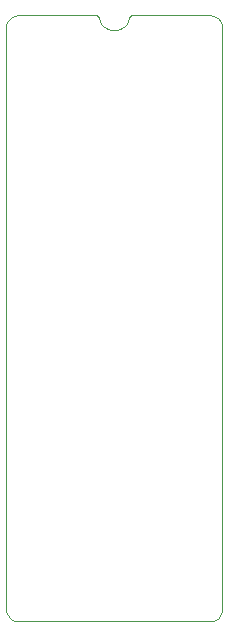
<source format=gm1>
G04*
G04 #@! TF.GenerationSoftware,Altium Limited,Altium Designer,21.0.8 (223)*
G04*
G04 Layer_Color=16711935*
%FSLAX25Y25*%
%MOIN*%
G70*
G04*
G04 #@! TF.SameCoordinates,A92B238D-CFD9-4CD7-8B95-F340C1F2EFB7*
G04*
G04*
G04 #@! TF.FilePolarity,Positive*
G04*
G01*
G75*
%ADD41C,0.00394*%
D41*
X31000Y201000D02*
X30707Y201707D01*
X30000Y202000D01*
X42000D02*
X41293Y201707D01*
X41000Y201000D01*
X31018Y201004D02*
X31308Y200051D01*
X31778Y199174D01*
X32410Y198405D01*
X33179Y197774D01*
X34057Y197305D01*
X35010Y197017D01*
X36000Y196919D01*
X36990Y197017D01*
X37943Y197305D01*
X38821Y197774D01*
X39590Y198405D01*
X40222Y199174D01*
X40692Y200051D01*
X40982Y201004D01*
X68000Y0D02*
X69035Y136D01*
X70000Y536D01*
X70828Y1172D01*
X71464Y2000D01*
X71864Y2965D01*
X72000Y4000D01*
X0D02*
X136Y2965D01*
X536Y2000D01*
X1172Y1172D01*
X2000Y536D01*
X2965Y136D01*
X4000Y0D01*
Y202000D02*
X2965Y201864D01*
X2000Y201464D01*
X1172Y200828D01*
X536Y200000D01*
X136Y199035D01*
X0Y198000D01*
X72000D02*
X71864Y199035D01*
X71464Y200000D01*
X70828Y200828D01*
X70000Y201464D01*
X69035Y201864D01*
X68000Y202000D01*
X0Y4000D02*
Y198000D01*
X72000Y4000D02*
Y198000D01*
X4000Y202000D02*
X30000D01*
X42081D02*
X68000D01*
X4000Y0D02*
X68000D01*
M02*

</source>
